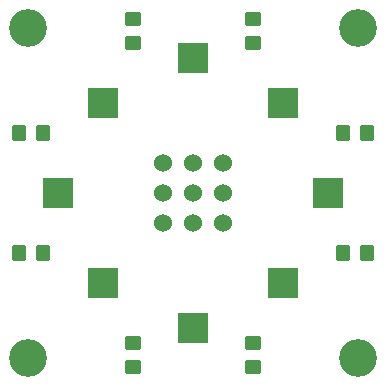
<source format=gbr>
%TF.GenerationSoftware,KiCad,Pcbnew,7.0.7*%
%TF.CreationDate,2024-01-02T00:34:10-08:00*%
%TF.ProjectId,base_connector,62617365-5f63-46f6-9e6e-6563746f722e,rev?*%
%TF.SameCoordinates,Original*%
%TF.FileFunction,Soldermask,Top*%
%TF.FilePolarity,Negative*%
%FSLAX46Y46*%
G04 Gerber Fmt 4.6, Leading zero omitted, Abs format (unit mm)*
G04 Created by KiCad (PCBNEW 7.0.7) date 2024-01-02 00:34:10*
%MOMM*%
%LPD*%
G01*
G04 APERTURE LIST*
G04 Aperture macros list*
%AMRoundRect*
0 Rectangle with rounded corners*
0 $1 Rounding radius*
0 $2 $3 $4 $5 $6 $7 $8 $9 X,Y pos of 4 corners*
0 Add a 4 corners polygon primitive as box body*
4,1,4,$2,$3,$4,$5,$6,$7,$8,$9,$2,$3,0*
0 Add four circle primitives for the rounded corners*
1,1,$1+$1,$2,$3*
1,1,$1+$1,$4,$5*
1,1,$1+$1,$6,$7*
1,1,$1+$1,$8,$9*
0 Add four rect primitives between the rounded corners*
20,1,$1+$1,$2,$3,$4,$5,0*
20,1,$1+$1,$4,$5,$6,$7,0*
20,1,$1+$1,$6,$7,$8,$9,0*
20,1,$1+$1,$8,$9,$2,$3,0*%
G04 Aperture macros list end*
%ADD10C,3.200000*%
%ADD11RoundRect,0.250000X0.450000X-0.350000X0.450000X0.350000X-0.450000X0.350000X-0.450000X-0.350000X0*%
%ADD12R,2.500000X2.500000*%
%ADD13RoundRect,0.250000X-0.450000X0.350000X-0.450000X-0.350000X0.450000X-0.350000X0.450000X0.350000X0*%
%ADD14RoundRect,0.250000X-0.350000X-0.450000X0.350000X-0.450000X0.350000X0.450000X-0.350000X0.450000X0*%
%ADD15C,1.524000*%
%ADD16RoundRect,0.250000X0.350000X0.450000X-0.350000X0.450000X-0.350000X-0.450000X0.350000X-0.450000X0*%
G04 APERTURE END LIST*
D10*
%TO.C,H2*%
X138430000Y-92710000D03*
%TD*%
D11*
%TO.C,R8*%
X157480000Y-121380000D03*
X157480000Y-119380000D03*
%TD*%
D12*
%TO.C,TP5*%
X160020000Y-99060000D03*
%TD*%
%TO.C,TP1*%
X152400000Y-95250000D03*
%TD*%
%TO.C,TP7*%
X160020000Y-114300000D03*
%TD*%
D10*
%TO.C,H1*%
X166370000Y-92710000D03*
%TD*%
D13*
%TO.C,R7*%
X147320000Y-119380000D03*
X147320000Y-121380000D03*
%TD*%
D10*
%TO.C,H4*%
X138430000Y-120650000D03*
%TD*%
D14*
%TO.C,R2*%
X165100000Y-101600000D03*
X167100000Y-101600000D03*
%TD*%
D15*
%TO.C,U1*%
X152400000Y-104140000D03*
X154940000Y-106680000D03*
X152400000Y-109220000D03*
X149860000Y-106680000D03*
X152400000Y-106680000D03*
X149860000Y-104140000D03*
X149860000Y-109220000D03*
X154940000Y-104140000D03*
X154940000Y-109220000D03*
%TD*%
D11*
%TO.C,R5*%
X157480000Y-93980000D03*
X157480000Y-91980000D03*
%TD*%
D12*
%TO.C,TP4*%
X163830000Y-106680000D03*
%TD*%
%TO.C,TP6*%
X144780000Y-114300000D03*
%TD*%
%TO.C,TP3*%
X152400000Y-118110000D03*
%TD*%
D14*
%TO.C,R4*%
X137700000Y-101600000D03*
X139700000Y-101600000D03*
%TD*%
D12*
%TO.C,TP8*%
X144780000Y-99060000D03*
%TD*%
D16*
%TO.C,R1*%
X167100000Y-111760000D03*
X165100000Y-111760000D03*
%TD*%
D10*
%TO.C,H3*%
X166370000Y-120650000D03*
%TD*%
D12*
%TO.C,TP2*%
X140970000Y-106680000D03*
%TD*%
D16*
%TO.C,R3*%
X139700000Y-111760000D03*
X137700000Y-111760000D03*
%TD*%
D13*
%TO.C,R6*%
X147320000Y-91980000D03*
X147320000Y-93980000D03*
%TD*%
M02*

</source>
